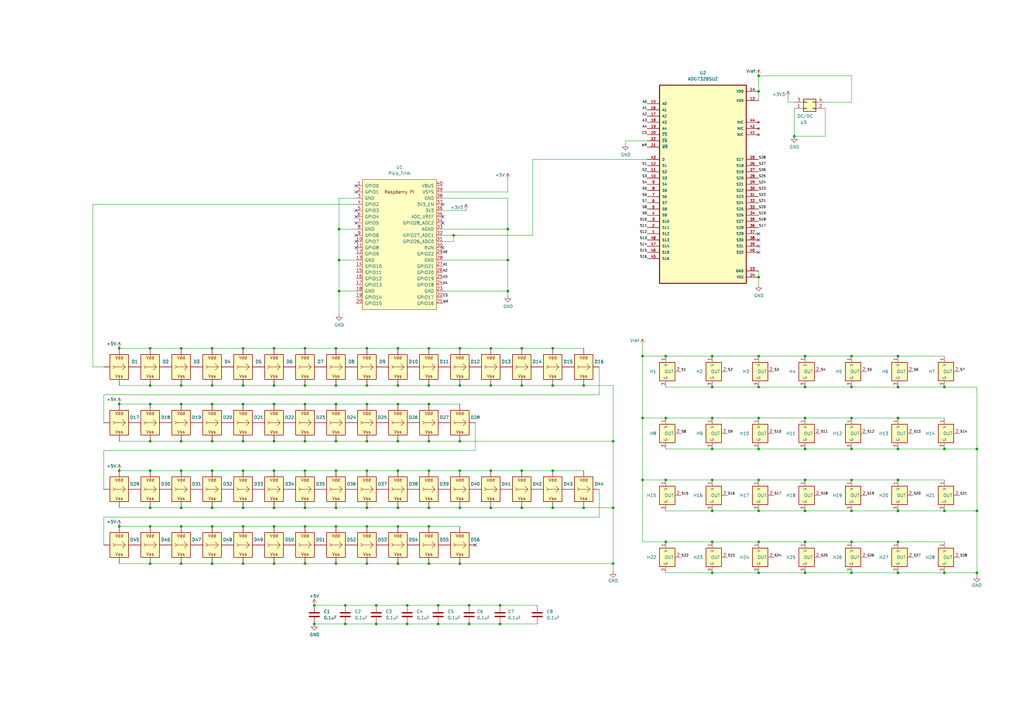
<source format=kicad_sch>
(kicad_sch (version 20231120) (generator "eeschema") (generator_version "8.0")
  (paper "A3")
  (junction (at 125.095 208.28))
  (junction (at 139.065 119.38))
  (junction (at 99.695 158.115))
  (junction (at 387.35 209.55))
  (junction (at 125.095 231.14))
  (junction (at 273.05 146.05))
  (junction (at 292.1 209.55))
  (junction (at 137.795 142.875))
  (junction (at 86.995 208.28))
  (junction (at 179.705 255.905))
  (junction (at 368.3 146.05))
  (junction (at 292.1 234.95))
  (junction (at 86.995 158.115))
  (junction (at 175.895 231.14))
  (junction (at 188.595 193.04))
  (junction (at 99.695 215.9))
  (junction (at 137.795 180.975))
  (junction (at 400.685 209.55))
  (junction (at 125.095 180.975))
  (junction (at 226.695 142.875))
  (junction (at 368.3 234.95))
  (junction (at 86.995 231.14))
  (junction (at 239.395 158.115))
  (junction (at 292.1 184.15))
  (junction (at 368.3 158.75))
  (junction (at 61.595 193.04))
  (junction (at 137.795 215.9))
  (junction (at 349.25 184.15))
  (junction (at 175.895 208.28))
  (junction (at 175.895 158.115))
  (junction (at 311.15 171.45))
  (junction (at 349.25 158.75))
  (junction (at 330.2 146.05))
  (junction (at 74.295 180.975))
  (junction (at 150.495 231.14))
  (junction (at 273.05 196.85))
  (junction (at 150.495 142.875))
  (junction (at 325.755 55.88))
  (junction (at 74.295 208.28))
  (junction (at 137.795 193.04))
  (junction (at 137.795 231.14))
  (junction (at 311.15 209.55))
  (junction (at 239.395 208.28))
  (junction (at 112.395 158.115))
  (junction (at 99.695 165.735))
  (junction (at 137.795 208.28))
  (junction (at 112.395 215.9))
  (junction (at 139.065 106.68))
  (junction (at 175.895 215.9))
  (junction (at 273.05 222.25))
  (junction (at 48.895 165.735))
  (junction (at 99.695 142.875))
  (junction (at 125.095 158.115))
  (junction (at 311.15 184.15))
  (junction (at 292.1 146.05))
  (junction (at 141.605 255.905))
  (junction (at 128.905 248.285))
  (junction (at 86.995 215.9))
  (junction (at 349.25 146.05))
  (junction (at 368.3 171.45))
  (junction (at 99.695 180.975))
  (junction (at 175.895 142.875))
  (junction (at 125.095 165.735))
  (junction (at 263.525 146.05))
  (junction (at 213.995 158.115))
  (junction (at 175.895 165.735))
  (junction (at 400.685 234.95))
  (junction (at 112.395 180.975))
  (junction (at 125.095 193.04))
  (junction (at 201.295 208.28))
  (junction (at 163.195 208.28))
  (junction (at 213.995 208.28))
  (junction (at 74.295 158.115))
  (junction (at 128.905 255.905))
  (junction (at 368.3 196.85))
  (junction (at 150.495 180.975))
  (junction (at 112.395 208.28))
  (junction (at 311.15 234.95))
  (junction (at 349.25 222.25))
  (junction (at 349.25 234.95))
  (junction (at 311.15 146.05))
  (junction (at 61.595 215.9))
  (junction (at 192.405 255.905))
  (junction (at 273.05 171.45))
  (junction (at 163.195 215.9))
  (junction (at 192.405 248.285))
  (junction (at 74.295 193.04))
  (junction (at 74.295 231.14))
  (junction (at 186.055 96.52))
  (junction (at 292.1 158.75))
  (junction (at 48.895 193.04))
  (junction (at 311.15 222.25))
  (junction (at 188.595 180.975))
  (junction (at 163.195 193.04))
  (junction (at 112.395 142.875))
  (junction (at 330.2 209.55))
  (junction (at 251.46 208.28))
  (junction (at 208.28 93.98))
  (junction (at 311.15 113.665))
  (junction (at 99.695 231.14))
  (junction (at 112.395 193.04))
  (junction (at 48.895 215.9))
  (junction (at 188.595 208.28))
  (junction (at 137.795 165.735))
  (junction (at 125.095 142.875))
  (junction (at 112.395 231.14))
  (junction (at 311.15 37.465))
  (junction (at 150.495 193.04))
  (junction (at 175.895 180.975))
  (junction (at 167.005 248.285))
  (junction (at 61.595 208.28))
  (junction (at 226.695 158.115))
  (junction (at 167.005 255.905))
  (junction (at 311.15 196.85))
  (junction (at 139.065 93.98))
  (junction (at 163.195 158.115))
  (junction (at 349.25 209.55))
  (junction (at 368.3 222.25))
  (junction (at 141.605 248.285))
  (junction (at 74.295 165.735))
  (junction (at 163.195 165.735))
  (junction (at 263.525 171.45))
  (junction (at 387.35 234.95))
  (junction (at 163.195 180.975))
  (junction (at 150.495 158.115))
  (junction (at 154.305 248.285))
  (junction (at 205.105 255.905))
  (junction (at 150.495 165.735))
  (junction (at 86.995 180.975))
  (junction (at 179.705 248.285))
  (junction (at 330.2 222.25))
  (junction (at 61.595 180.975))
  (junction (at 61.595 165.735))
  (junction (at 330.2 184.15))
  (junction (at 112.395 165.735))
  (junction (at 226.695 193.04))
  (junction (at 201.295 193.04))
  (junction (at 163.195 231.14))
  (junction (at 387.35 184.15))
  (junction (at 61.595 142.875))
  (junction (at 175.895 193.04))
  (junction (at 213.995 142.875))
  (junction (at 201.295 158.115))
  (junction (at 205.105 248.285))
  (junction (at 86.995 165.735))
  (junction (at 188.595 142.875))
  (junction (at 74.295 215.9))
  (junction (at 368.3 209.55))
  (junction (at 368.3 184.15))
  (junction (at 86.995 193.04))
  (junction (at 86.995 142.875))
  (junction (at 99.695 208.28))
  (junction (at 311.15 31.115))
  (junction (at 292.1 222.25))
  (junction (at 213.995 193.04))
  (junction (at 150.495 215.9))
  (junction (at 48.895 142.875))
  (junction (at 251.46 231.14))
  (junction (at 263.525 196.85))
  (junction (at 349.25 196.85))
  (junction (at 61.595 231.14))
  (junction (at 400.685 184.15))
  (junction (at 188.595 158.115))
  (junction (at 74.295 142.875))
  (junction (at 330.2 196.85))
  (junction (at 226.695 208.28))
  (junction (at 349.25 171.45))
  (junction (at 201.295 142.875))
  (junction (at 387.35 158.75))
  (junction (at 330.2 234.95))
  (junction (at 292.1 171.45))
  (junction (at 208.28 106.68))
  (junction (at 292.1 196.85))
  (junction (at 251.46 180.975))
  (junction (at 61.595 158.115))
  (junction (at 137.795 158.115))
  (junction (at 99.695 193.04))
  (junction (at 330.2 171.45))
  (junction (at 330.2 158.75))
  (junction (at 154.305 255.905))
  (junction (at 208.28 119.38))
  (junction (at 150.495 208.28))
  (junction (at 125.095 215.9))
  (junction (at 188.595 231.14))
  (junction (at 311.15 158.75))
  (junction (at 163.195 142.875))
  (no_connect (at 311.15 103.505))
  (no_connect (at 311.15 98.425))
  (no_connect (at 146.05 99.06))
  (no_connect (at 146.05 76.2))
  (no_connect (at 181.61 101.6))
  (no_connect (at 181.61 83.82))
  (no_connect (at 181.61 88.9))
  (no_connect (at 194.945 223.52))
  (no_connect (at 181.61 91.44))
  (no_connect (at 146.05 78.74))
  (no_connect (at 311.15 100.965))
  (no_connect (at 146.05 96.52))
  (no_connect (at 146.05 86.36))
  (no_connect (at 311.15 95.885))
  (no_connect (at 146.05 101.6))
  (no_connect (at 146.05 91.44))
  (no_connect (at 146.05 88.9))
  (wire (pts (xy 48.895 165.735) (xy 61.595 165.735)))
  (wire (pts (xy 125.095 215.9) (xy 137.795 215.9)))
  (wire (pts (xy 163.195 180.975) (xy 175.895 180.975)))
  (wire (pts (xy 325.755 55.88) (xy 338.455 55.88)))
  (wire (pts (xy 150.495 231.14) (xy 163.195 231.14)))
  (wire (pts (xy 263.525 222.25) (xy 263.525 196.85)))
  (wire (pts (xy 273.05 158.75) (xy 292.1 158.75)))
  (wire (pts (xy 181.61 86.36) (xy 191.135 86.36)))
  (wire (pts (xy 139.065 81.28) (xy 139.065 93.98)))
  (wire (pts (xy 330.2 196.85) (xy 311.15 196.85)))
  (wire (pts (xy 150.495 158.115) (xy 163.195 158.115)))
  (wire (pts (xy 226.695 193.04) (xy 239.395 193.04)))
  (wire (pts (xy 86.995 165.735) (xy 99.695 165.735)))
  (wire (pts (xy 99.695 231.14) (xy 112.395 231.14)))
  (wire (pts (xy 265.43 57.785) (xy 256.54 57.785)))
  (wire (pts (xy 201.295 158.115) (xy 213.995 158.115)))
  (wire (pts (xy 38.1 150.495) (xy 42.545 150.495)))
  (wire (pts (xy 263.525 196.85) (xy 263.525 171.45)))
  (wire (pts (xy 181.61 119.38) (xy 208.28 119.38)))
  (wire (pts (xy 213.995 208.28) (xy 226.695 208.28)))
  (wire (pts (xy 325.755 44.45) (xy 325.755 55.88)))
  (wire (pts (xy 263.525 171.45) (xy 263.525 146.05)))
  (wire (pts (xy 192.405 255.905) (xy 205.105 255.905)))
  (wire (pts (xy 368.3 196.85) (xy 349.25 196.85)))
  (wire (pts (xy 226.695 142.875) (xy 239.395 142.875)))
  (wire (pts (xy 292.1 146.05) (xy 273.05 146.05)))
  (wire (pts (xy 175.895 180.975) (xy 188.595 180.975)))
  (wire (pts (xy 188.595 208.28) (xy 201.295 208.28)))
  (wire (pts (xy 273.05 222.25) (xy 263.525 222.25)))
  (wire (pts (xy 125.095 142.875) (xy 137.795 142.875)))
  (wire (pts (xy 208.28 81.28) (xy 208.28 93.98)))
  (wire (pts (xy 137.795 180.975) (xy 150.495 180.975)))
  (wire (pts (xy 61.595 215.9) (xy 74.295 215.9)))
  (wire (pts (xy 330.2 158.75) (xy 349.25 158.75)))
  (wire (pts (xy 311.15 113.665) (xy 311.15 116.84)))
  (wire (pts (xy 112.395 180.975) (xy 125.095 180.975)))
  (wire (pts (xy 48.895 215.9) (xy 61.595 215.9)))
  (wire (pts (xy 74.295 158.115) (xy 86.995 158.115)))
  (wire (pts (xy 175.895 158.115) (xy 188.595 158.115)))
  (wire (pts (xy 86.995 215.9) (xy 99.695 215.9)))
  (wire (pts (xy 218.44 65.405) (xy 218.44 96.52)))
  (wire (pts (xy 292.1 184.15) (xy 311.15 184.15)))
  (wire (pts (xy 137.795 215.9) (xy 150.495 215.9)))
  (wire (pts (xy 273.05 171.45) (xy 263.525 171.45)))
  (wire (pts (xy 311.15 31.115) (xy 349.25 31.115)))
  (wire (pts (xy 349.25 171.45) (xy 330.2 171.45)))
  (wire (pts (xy 61.595 180.975) (xy 74.295 180.975)))
  (wire (pts (xy 251.46 158.115) (xy 239.395 158.115)))
  (wire (pts (xy 213.995 142.875) (xy 226.695 142.875)))
  (wire (pts (xy 99.695 208.28) (xy 112.395 208.28)))
  (wire (pts (xy 42.545 161.925) (xy 42.545 173.355)))
  (wire (pts (xy 188.595 231.14) (xy 251.46 231.14)))
  (wire (pts (xy 273.05 196.85) (xy 263.525 196.85)))
  (wire (pts (xy 323.215 40.005) (xy 323.215 41.91)))
  (wire (pts (xy 292.1 196.85) (xy 273.05 196.85)))
  (wire (pts (xy 38.1 83.82) (xy 38.1 150.495)))
  (wire (pts (xy 292.1 209.55) (xy 311.15 209.55)))
  (wire (pts (xy 125.095 208.28) (xy 137.795 208.28)))
  (wire (pts (xy 349.25 222.25) (xy 330.2 222.25)))
  (wire (pts (xy 349.25 209.55) (xy 368.3 209.55)))
  (wire (pts (xy 330.2 222.25) (xy 311.15 222.25)))
  (wire (pts (xy 112.395 208.28) (xy 125.095 208.28)))
  (wire (pts (xy 112.395 193.04) (xy 125.095 193.04)))
  (wire (pts (xy 245.745 150.495) (xy 245.745 161.925)))
  (wire (pts (xy 311.15 158.75) (xy 330.2 158.75)))
  (wire (pts (xy 163.195 165.735) (xy 175.895 165.735)))
  (wire (pts (xy 387.35 184.15) (xy 400.685 184.15)))
  (wire (pts (xy 99.695 215.9) (xy 112.395 215.9)))
  (wire (pts (xy 112.395 215.9) (xy 125.095 215.9)))
  (wire (pts (xy 48.895 208.28) (xy 61.595 208.28)))
  (wire (pts (xy 213.995 158.115) (xy 226.695 158.115)))
  (wire (pts (xy 311.15 209.55) (xy 330.2 209.55)))
  (wire (pts (xy 251.46 180.975) (xy 251.46 158.115)))
  (wire (pts (xy 311.15 146.05) (xy 292.1 146.05)))
  (wire (pts (xy 273.05 234.95) (xy 292.1 234.95)))
  (wire (pts (xy 186.055 96.52) (xy 181.61 96.52)))
  (wire (pts (xy 139.065 93.98) (xy 139.065 106.68)))
  (wire (pts (xy 194.945 173.355) (xy 194.945 184.785)))
  (wire (pts (xy 208.28 119.38) (xy 208.28 121.285)))
  (wire (pts (xy 137.795 165.735) (xy 150.495 165.735)))
  (wire (pts (xy 205.105 248.285) (xy 220.345 248.285)))
  (wire (pts (xy 349.25 146.05) (xy 330.2 146.05)))
  (wire (pts (xy 292.1 171.45) (xy 273.05 171.45)))
  (wire (pts (xy 112.395 158.115) (xy 125.095 158.115)))
  (wire (pts (xy 141.605 248.285) (xy 154.305 248.285)))
  (wire (pts (xy 99.695 142.875) (xy 112.395 142.875)))
  (wire (pts (xy 186.055 99.06) (xy 181.61 99.06)))
  (wire (pts (xy 139.065 93.98) (xy 146.05 93.98)))
  (wire (pts (xy 112.395 142.875) (xy 125.095 142.875)))
  (wire (pts (xy 188.595 180.975) (xy 251.46 180.975)))
  (wire (pts (xy 273.05 209.55) (xy 292.1 209.55)))
  (wire (pts (xy 163.195 208.28) (xy 175.895 208.28)))
  (wire (pts (xy 251.46 231.14) (xy 251.46 208.28)))
  (wire (pts (xy 330.2 171.45) (xy 311.15 171.45)))
  (wire (pts (xy 387.35 146.05) (xy 368.3 146.05)))
  (wire (pts (xy 400.685 209.55) (xy 400.685 234.95)))
  (wire (pts (xy 368.3 171.45) (xy 349.25 171.45)))
  (wire (pts (xy 154.305 255.905) (xy 167.005 255.905)))
  (wire (pts (xy 74.295 215.9) (xy 86.995 215.9)))
  (wire (pts (xy 163.195 231.14) (xy 175.895 231.14)))
  (wire (pts (xy 311.15 171.45) (xy 292.1 171.45)))
  (wire (pts (xy 239.395 208.28) (xy 251.46 208.28)))
  (wire (pts (xy 208.28 93.98) (xy 208.28 106.68)))
  (wire (pts (xy 188.595 142.875) (xy 201.295 142.875)))
  (wire (pts (xy 208.28 73.66) (xy 208.28 78.74)))
  (wire (pts (xy 86.995 231.14) (xy 99.695 231.14)))
  (wire (pts (xy 387.35 196.85) (xy 368.3 196.85)))
  (wire (pts (xy 368.3 209.55) (xy 387.35 209.55)))
  (wire (pts (xy 42.545 184.785) (xy 42.545 200.66)))
  (wire (pts (xy 139.065 106.68) (xy 146.05 106.68)))
  (wire (pts (xy 125.095 165.735) (xy 137.795 165.735)))
  (wire (pts (xy 163.195 193.04) (xy 175.895 193.04)))
  (wire (pts (xy 311.15 31.115) (xy 311.15 37.465)))
  (wire (pts (xy 99.695 180.975) (xy 112.395 180.975)))
  (wire (pts (xy 387.35 171.45) (xy 368.3 171.45)))
  (wire (pts (xy 338.455 41.91) (xy 349.25 41.91)))
  (wire (pts (xy 61.595 142.875) (xy 74.295 142.875)))
  (wire (pts (xy 311.15 196.85) (xy 292.1 196.85)))
  (wire (pts (xy 273.05 184.15) (xy 292.1 184.15)))
  (wire (pts (xy 349.25 158.75) (xy 368.3 158.75)))
  (wire (pts (xy 125.095 193.04) (xy 137.795 193.04)))
  (wire (pts (xy 99.695 158.115) (xy 112.395 158.115)))
  (wire (pts (xy 245.745 212.09) (xy 42.545 212.09)))
  (wire (pts (xy 387.35 209.55) (xy 400.685 209.55)))
  (wire (pts (xy 38.1 83.82) (xy 146.05 83.82)))
  (wire (pts (xy 128.905 255.905) (xy 141.605 255.905)))
  (wire (pts (xy 150.495 142.875) (xy 163.195 142.875)))
  (wire (pts (xy 74.295 165.735) (xy 86.995 165.735)))
  (wire (pts (xy 349.25 184.15) (xy 368.3 184.15)))
  (wire (pts (xy 273.05 146.05) (xy 263.525 146.05)))
  (wire (pts (xy 400.685 184.15) (xy 400.685 209.55)))
  (wire (pts (xy 213.995 193.04) (xy 226.695 193.04)))
  (wire (pts (xy 186.055 96.52) (xy 186.055 99.06)))
  (wire (pts (xy 74.295 193.04) (xy 86.995 193.04)))
  (wire (pts (xy 150.495 165.735) (xy 163.195 165.735)))
  (wire (pts (xy 74.295 142.875) (xy 86.995 142.875)))
  (wire (pts (xy 205.105 255.905) (xy 220.345 255.905)))
  (wire (pts (xy 86.995 193.04) (xy 99.695 193.04)))
  (wire (pts (xy 61.595 165.735) (xy 74.295 165.735)))
  (wire (pts (xy 387.35 234.95) (xy 400.685 234.95)))
  (wire (pts (xy 368.3 234.95) (xy 387.35 234.95)))
  (wire (pts (xy 201.295 193.04) (xy 213.995 193.04)))
  (wire (pts (xy 86.995 208.28) (xy 99.695 208.28)))
  (wire (pts (xy 256.54 57.785) (xy 256.54 59.055)))
  (wire (pts (xy 251.46 234.315) (xy 251.46 231.14)))
  (wire (pts (xy 86.995 158.115) (xy 99.695 158.115)))
  (wire (pts (xy 139.065 106.68) (xy 139.065 119.38)))
  (wire (pts (xy 141.605 255.905) (xy 154.305 255.905)))
  (wire (pts (xy 349.25 234.95) (xy 368.3 234.95)))
  (wire (pts (xy 263.525 141.605) (xy 263.525 146.05)))
  (wire (pts (xy 154.305 248.285) (xy 167.005 248.285)))
  (wire (pts (xy 86.995 142.875) (xy 99.695 142.875)))
  (wire (pts (xy 74.295 208.28) (xy 86.995 208.28)))
  (wire (pts (xy 48.895 180.975) (xy 61.595 180.975)))
  (wire (pts (xy 226.695 158.115) (xy 239.395 158.115)))
  (wire (pts (xy 61.595 231.14) (xy 74.295 231.14)))
  (wire (pts (xy 61.595 208.28) (xy 74.295 208.28)))
  (wire (pts (xy 48.895 142.875) (xy 61.595 142.875)))
  (wire (pts (xy 323.215 41.91) (xy 325.755 41.91)))
  (wire (pts (xy 175.895 231.14) (xy 188.595 231.14)))
  (wire (pts (xy 61.595 193.04) (xy 74.295 193.04)))
  (wire (pts (xy 245.745 161.925) (xy 42.545 161.925)))
  (wire (pts (xy 251.46 208.28) (xy 251.46 180.975)))
  (wire (pts (xy 163.195 158.115) (xy 175.895 158.115)))
  (wire (pts (xy 48.895 231.14) (xy 61.595 231.14)))
  (wire (pts (xy 179.705 255.905) (xy 192.405 255.905)))
  (wire (pts (xy 137.795 142.875) (xy 150.495 142.875)))
  (wire (pts (xy 311.15 222.25) (xy 292.1 222.25)))
  (wire (pts (xy 137.795 231.14) (xy 150.495 231.14)))
  (wire (pts (xy 146.05 81.28) (xy 139.065 81.28)))
  (wire (pts (xy 208.28 106.68) (xy 208.28 119.38)))
  (wire (pts (xy 137.795 208.28) (xy 150.495 208.28)))
  (wire (pts (xy 292.1 234.95) (xy 311.15 234.95)))
  (wire (pts (xy 48.895 193.04) (xy 61.595 193.04)))
  (wire (pts (xy 188.595 193.04) (xy 201.295 193.04)))
  (wire (pts (xy 330.2 234.95) (xy 349.25 234.95)))
  (wire (pts (xy 201.295 208.28) (xy 213.995 208.28)))
  (wire (pts (xy 194.945 184.785) (xy 42.545 184.785)))
  (wire (pts (xy 368.3 146.05) (xy 349.25 146.05)))
  (wire (pts (xy 125.095 158.115) (xy 137.795 158.115)))
  (wire (pts (xy 137.795 158.115) (xy 150.495 158.115)))
  (wire (pts (xy 150.495 208.28) (xy 163.195 208.28)))
  (wire (pts (xy 74.295 180.975) (xy 86.995 180.975)))
  (wire (pts (xy 311.15 184.15) (xy 330.2 184.15)))
  (wire (pts (xy 368.3 222.25) (xy 349.25 222.25)))
  (wire (pts (xy 265.43 65.405) (xy 218.44 65.405)))
  (wire (pts (xy 99.695 165.735) (xy 112.395 165.735)))
  (wire (pts (xy 181.61 81.28) (xy 208.28 81.28)))
  (wire (pts (xy 139.065 119.38) (xy 139.065 128.905)))
  (wire (pts (xy 179.705 248.285) (xy 192.405 248.285)))
  (wire (pts (xy 330.2 184.15) (xy 349.25 184.15)))
  (wire (pts (xy 181.61 106.68) (xy 208.28 106.68)))
  (wire (pts (xy 163.195 215.9) (xy 175.895 215.9)))
  (wire (pts (xy 218.44 96.52) (xy 186.055 96.52)))
  (wire (pts (xy 368.3 184.15) (xy 387.35 184.15)))
  (wire (pts (xy 61.595 158.115) (xy 74.295 158.115)))
  (wire (pts (xy 137.795 193.04) (xy 150.495 193.04)))
  (wire (pts (xy 175.895 142.875) (xy 188.595 142.875)))
  (wire (pts (xy 181.61 78.74) (xy 208.28 78.74)))
  (wire (pts (xy 400.685 234.95) (xy 400.685 236.22)))
  (wire (pts (xy 112.395 165.735) (xy 125.095 165.735)))
  (wire (pts (xy 167.005 255.905) (xy 179.705 255.905)))
  (wire (pts (xy 292.1 158.75) (xy 311.15 158.75)))
  (wire (pts (xy 245.745 200.66) (xy 245.745 212.09)))
  (wire (pts (xy 74.295 231.14) (xy 86.995 231.14)))
  (wire (pts (xy 139.065 119.38) (xy 146.05 119.38)))
  (wire (pts (xy 188.595 158.115) (xy 201.295 158.115)))
  (wire (pts (xy 226.695 208.28) (xy 239.395 208.28)))
  (wire (pts (xy 150.495 180.975) (xy 163.195 180.975)))
  (wire (pts (xy 292.1 222.25) (xy 273.05 222.25)))
  (wire (pts (xy 163.195 142.875) (xy 175.895 142.875)))
  (wire (pts (xy 175.895 208.28) (xy 188.595 208.28)))
  (wire (pts (xy 387.35 222.25) (xy 368.3 222.25)))
  (wire (pts (xy 330.2 146.05) (xy 311.15 146.05)))
  (wire (pts (xy 349.25 196.85) (xy 330.2 196.85)))
  (wire (pts (xy 330.2 209.55) (xy 349.25 209.55)))
  (wire (pts (xy 175.895 215.9) (xy 188.595 215.9)))
  (wire (pts (xy 338.455 44.45) (xy 338.455 55.88)))
  (wire (pts (xy 349.25 41.91) (xy 349.25 31.115)))
  (wire (pts (xy 42.545 212.09) (xy 42.545 223.52)))
  (wire (pts (xy 201.295 142.875) (xy 213.995 142.875)))
  (wire (pts (xy 112.395 231.14) (xy 125.095 231.14)))
  (wire (pts (xy 128.905 248.285) (xy 141.605 248.285)))
  (wire (pts (xy 86.995 180.975) (xy 99.695 180.975)))
  (wire (pts (xy 125.095 180.975) (xy 137.795 180.975)))
  (wire (pts (xy 311.15 111.125) (xy 311.15 113.665)))
  (wire (pts (xy 125.095 231.14) (xy 137.795 231.14)))
  (wire (pts (xy 368.3 158.75) (xy 387.35 158.75)))
  (wire (pts (xy 48.895 158.115) (xy 61.595 158.115)))
  (wire (pts (xy 175.895 193.04) (xy 188.595 193.04)))
  (wire (pts (xy 181.61 93.98) (xy 208.28 93.98)))
  (wire (pts (xy 150.495 193.04) (xy 163.195 193.04)))
  (wire (pts (xy 311.15 234.95) (xy 330.2 234.95)))
  (wire (pts (xy 400.685 158.75) (xy 400.685 184.15)))
  (wire (pts (xy 387.35 158.75) (xy 400.685 158.75)))
  (wire (pts (xy 167.005 248.285) (xy 179.705 248.285)))
  (wire (pts (xy 150.495 215.9) (xy 163.195 215.9)))
  (wire (pts (xy 311.15 37.465) (xy 311.15 41.275)))
  (wire (pts (xy 175.895 165.735) (xy 188.595 165.735)))
  (wire (pts (xy 192.405 248.285) (xy 205.105 248.285)))
  (wire (pts (xy 99.695 193.04) (xy 112.395 193.04)))
  (label "S9" (at 265.43 88.265 180) (effects (font (size 1 1))))
  (label "S14" (at 265.43 100.965 180) (effects (font (size 1 1))))
  (label "S17" (at 311.15 93.345 0) (effects (font (size 1 1))))
  (label "S27" (at 311.15 67.945 0) (effects (font (size 1 1))))
  (label "S3" (at 265.43 73.025 180) (effects (font (size 1 1))))
  (label "S13" (at 374.65 177.8 0) (effects (font (size 1 1))))
  (label "S2" (at 298.45 152.4 0) (effects (font (size 1 1))))
  (label "S25" (at 336.55 228.6 0) (effects (font (size 1 1))))
  (label "S9" (at 298.45 177.8 0) (effects (font (size 1 1))))
  (label "S3" (at 317.5 152.4 0) (effects (font (size 1 1))))
  (label "S5" (at 265.43 78.105 180) (effects (font (size 1 1))))
  (label "S22" (at 311.15 80.645 0) (effects (font (size 1 1))))
  (label "S11" (at 336.55 177.8 0) (effects (font (size 1 1))))
  (label "S4" (at 336.55 152.4 0) (effects (font (size 1 1))))
  (label "S12" (at 265.43 95.885 180) (effects (font (size 1 1))))
  (label "S28" (at 393.7 228.6 0) (effects (font (size 1 1))))
  (label "S22" (at 279.4 228.6 0) (effects (font (size 1 1))))
  (label "S4" (at 265.43 75.565 180) (effects (font (size 1 1))))
  (label "S27" (at 374.65 228.6 0) (effects (font (size 1 1))))
  (label "S5" (at 355.6 152.4 0) (effects (font (size 1 1))))
  (label "A1" (at 181.61 109.22 0) (effects (font (size 1 1))))
  (label "A3" (at 265.43 50.165 180) (effects (font (size 1 1))))
  (label "A1" (at 265.43 45.085 180) (effects (font (size 1 1))))
  (label "S8" (at 279.4 177.8 0) (effects (font (size 1 1))))
  (label "S25" (at 311.15 73.025 0) (effects (font (size 1 1))))
  (label "S1" (at 279.4 152.4 0) (effects (font (size 1 1))))
  (label "S26" (at 311.15 70.485 0) (effects (font (size 1 1))))
  (label "S23" (at 298.45 228.6 0) (effects (font (size 1 1))))
  (label "S6" (at 265.43 80.645 180) (effects (font (size 1 1))))
  (label "S28" (at 311.15 65.405 0) (effects (font (size 1 1))))
  (label "S13" (at 265.43 98.425 180) (effects (font (size 1 1))))
  (label "S18" (at 336.55 203.2 0) (effects (font (size 1 1))))
  (label "S1" (at 265.43 67.945 180) (effects (font (size 1 1))))
  (label "S7" (at 393.7 152.4 0) (effects (font (size 1 1))))
  (label "A2" (at 181.61 111.76 0) (effects (font (size 1 1))))
  (label "S10" (at 265.43 90.805 180) (effects (font (size 1 1))))
  (label "S24" (at 317.5 228.6 0) (effects (font (size 1 1))))
  (label "S14" (at 393.7 177.8 0) (effects (font (size 1 1))))
  (label "S24" (at 311.15 75.565 0) (effects (font (size 1 1))))
  (label "WR" (at 181.61 124.46 0) (effects (font (size 1 1))))
  (label "S19" (at 311.15 88.265 0) (effects (font (size 1 1))))
  (label "A2" (at 265.43 47.625 180) (effects (font (size 1 1))))
  (label "WR" (at 265.43 60.325 180) (effects (font (size 1 1))))
  (label "S23" (at 311.15 78.105 0) (effects (font (size 1 1))))
  (label "S21" (at 311.15 83.185 0) (effects (font (size 1 1))))
  (label "S16" (at 298.45 203.2 0) (effects (font (size 1 1))))
  (label "S8" (at 265.43 85.725 180) (effects (font (size 1 1))))
  (label "A4" (at 265.43 52.705 180) (effects (font (size 1 1))))
  (label "S20" (at 374.65 203.2 0) (effects (font (size 1 1))))
  (label "S19" (at 355.6 203.2 0) (effects (font (size 1 1))))
  (label "S18" (at 311.15 90.805 0) (effects (font (size 1 1))))
  (label "S7" (at 265.43 83.185 180) (effects (font (size 1 1))))
  (label "S26" (at 355.6 228.6 0) (effects (font (size 1 1))))
  (label "S2" (at 265.43 70.485 180) (effects (font (size 1 1))))
  (label "A4" (at 181.61 116.84 0) (effects (font (size 1 1))))
  (label "A3" (at 181.61 114.3 0) (effects (font (size 1 1))))
  (label "S11" (at 265.43 93.345 180) (effects (font (size 1 1))))
  (label "S10" (at 317.5 177.8 0) (effects (font (size 1 1))))
  (label "A0" (at 181.61 104.14 0) (effects (font (size 1 1))))
  (label "S15" (at 265.43 103.505 180) (effects (font (size 1 1))))
  (label "CS" (at 181.61 121.92 0) (effects (font (size 1 1))))
  (label "S20" (at 311.15 85.725 0) (effects (font (size 1 1))))
  (label "S21" (at 393.7 203.2 0) (effects (font (size 1 1))))
  (label "S16" (at 265.43 106.045 180) (effects (font (size 1 1))))
  (label "S6" (at 374.65 152.4 0) (effects (font (size 1 1))))
  (label "A0" (at 265.43 42.545 180) (effects (font (size 1 1))))
  (label "S17" (at 317.5 203.2 0) (effects (font (size 1 1))))
  (label "S12" (at 355.6 177.8 0) (effects (font (size 1 1))))
  (label "S15" (at 279.4 203.2 0) (effects (font (size 1 1))))
  (label "CS" (at 265.43 55.245 180) (effects (font (size 1 1))))
  (symbol (lib_id "nos_main:SS49E_SOT23") (at 368.3 177.8 0) (unit 1)
    (property "Reference" "H13" (at 364.49 177.7999 0) (effects (justify right)))
    (property "Value" "SS49E_SOT23" (effects (hide yes)))
    (property "Footprint" "Package_TO_SOT_SMD:SOT-23-3" (effects (hide yes)))
  )
  (symbol (lib_id "nos_main:WS2812B_Unified") (at 226.695 200.66 0) (unit 1)
    (property "Reference" "D43" (at 233.045 198.501 0))
    (property "Value" "WS2812B_Unified" (effects (hide yes)))
    (property "Footprint" "nos_main:WS2812B-4020_UP" (effects (hide yes)))
    (property "Description" "RGB LED with integrated controller" (effects (hide yes)))
  )
  (symbol (lib_id "nos_main:WS2812B_Unified") (at 188.595 200.66 0) (unit 1)
    (property "Reference" "D40" (at 194.945 198.501 0))
    (property "Value" "WS2812B_Unified" (effects (hide yes)))
    (property "Footprint" "nos_main:WS2812B-4020_UP" (effects (hide yes)))
    (property "Description" "RGB LED with integrated controller" (effects (hide yes)))
  )
  (symbol (lib_id "nos_main:SS49E_SOT23") (at 273.05 152.4 0) (unit 1)
    (property "Reference" "H1" (at 269.24 152.3999 0) (effects (justify right)))
    (property "Value" "SS49E_SOT23" (effects (hide yes)))
    (property "Footprint" "Package_TO_SOT_SMD:SOT-23-3" (effects (hide yes)))
  )
  (symbol (lib_id "nos_main:SS49E_SOT23") (at 292.1 152.4 0) (unit 1)
    (property "Reference" "H2" (at 288.29 152.3999 0) (effects (justify right)))
    (property "Value" "SS49E_SOT23" (effects (hide yes)))
    (property "Footprint" "Package_TO_SOT_SMD:SOT-23-3" (effects (hide yes)))
  )
  (symbol (lib_id "nos_main:WS2812B_Unified") (at 137.795 223.52 0) (unit 1)
    (property "Reference" "D52" (at 144.145 221.361 0))
    (property "Value" "WS2812B_Unified" (effects (hide yes)))
    (property "Footprint" "nos_main:WS2812B-4020_UP" (effects (hide yes)))
    (property "Description" "RGB LED with integrated controller" (effects (hide yes)))
  )
  (symbol (lib_id "nos_main:SS49E_SOT23") (at 387.35 203.2 0) (unit 1)
    (property "Reference" "H21" (at 383.54 203.1999 0) (effects (justify right)))
    (property "Value" "SS49E_SOT23" (effects (hide yes)))
    (property "Footprint" "Package_TO_SOT_SMD:SOT-23-3" (effects (hide yes)))
  )
  (symbol (lib_id "nos_main:SS49E_SOT23") (at 349.25 228.6 0) (unit 1)
    (property "Reference" "H26" (at 345.44 228.5999 0) (effects (justify right)))
    (property "Value" "SS49E_SOT23" (effects (hide yes)))
    (property "Footprint" "Package_TO_SOT_SMD:SOT-23-3" (effects (hide yes)))
  )
  (symbol (lib_id "nos_main:SS49E_SOT23") (at 273.05 228.6 0) (unit 1)
    (property "Reference" "H22" (at 269.24 228.5999 0) (effects (justify right)))
    (property "Value" "SS49E_SOT23" (effects (hide yes)))
    (property "Footprint" "Package_TO_SOT_SMD:SOT-23-3" (effects (hide yes)))
  )
  (symbol (lib_id "nos_main:SS49E_SOT23") (at 292.1 177.8 0) (unit 1)
    (property "Reference" "H9" (at 288.29 177.7999 0) (effects (justify right)))
    (property "Value" "SS49E_SOT23" (effects (hide yes)))
    (property "Footprint" "Package_TO_SOT_SMD:SOT-23-3" (effects (hide yes)))
  )
  (symbol (lib_id "nos_main:WS2812B_Unified") (at 86.995 200.66 0) (unit 1)
    (property "Reference" "D32" (at 93.345 198.501 0))
    (property "Value" "WS2812B_Unified" (effects (hide yes)))
    (property "Footprint" "nos_main:WS2812B-4020_UP" (effects (hide yes)))
    (property "Description" "RGB LED with integrated controller" (effects (hide yes)))
  )
  (symbol (lib_id "nos_main:ADG732BSUZ") (at 288.29 75.565 0) (unit 1)
    (property "Reference" "U2" (at 288.29 29.845 0))
    (property "Value" "ADG732BSUZ" (at 288.29 32.385 0))
    (property "Footprint" "nos_main:QFP50P900X900X120-49N" (effects (hide yes)))
  )
  (symbol (lib_id "nos_main:WS2812B_Unified") (at 61.595 173.355 0) (unit 1)
    (property "Reference" "D18" (at 67.945 171.196 0))
    (property "Value" "WS2812B_Unified" (effects (hide yes)))
    (property "Footprint" "nos_main:WS2812B-4020_UP" (effects (hide yes)))
    (property "Description" "RGB LED with integrated controller" (effects (hide yes)))
  )
  (symbol (lib_id "Device:C") (at 167.005 252.095 0) (unit 1)
    (property "Reference" "C4" (at 170.815 250.8249 0) (effects (justify left)))
    (property "Value" "0.1uF" (at 170.815 253.3649 0) (effects (justify left)))
    (property "Footprint" "Capacitor_SMD:C_0603_1608Metric_Pad1.08x0.95mm_HandSolder" (effects (hide yes)))
    (property "Description" "Unpolarized capacitor" (effects (hide yes)))
  )
  (symbol (lib_id "nos_main:WS2812B_Unified") (at 239.395 200.66 0) (unit 1)
    (property "Reference" "D44" (at 245.745 198.501 0))
    (property "Value" "WS2812B_Unified" (effects (hide yes)))
    (property "Footprint" "nos_main:WS2812B-4020_UP" (effects (hide yes)))
    (property "Description" "RGB LED with integrated controller" (effects (hide yes)))
  )
  (symbol (lib_id "nos_main:WS2812B_Unified") (at 125.095 150.495 0) (unit 1)
    (property "Reference" "D7" (at 131.445 148.336 0))
    (property "Value" "WS2812B_Unified" (effects (hide yes)))
    (property "Footprint" "nos_main:WS2812B-4020_UP" (effects (hide yes)))
    (property "Description" "RGB LED with integrated controller" (effects (hide yes)))
  )
  (symbol (lib_id "Device:C") (at 154.305 252.095 0) (unit 1)
    (property "Reference" "C3" (at 158.115 250.8249 0) (effects (justify left)))
    (property "Value" "0.1uF" (at 158.115 253.3649 0) (effects (justify left)))
    (property "Footprint" "Capacitor_SMD:C_0603_1608Metric_Pad1.08x0.95mm_HandSolder" (effects (hide yes)))
    (property "Description" "Unpolarized capacitor" (effects (hide yes)))
  )
  (symbol (lib_id "nos_main:WS2812B_Unified") (at 150.495 150.495 0) (unit 1)
    (property "Reference" "D9" (at 156.845 148.336 0))
    (property "Value" "WS2812B_Unified" (effects (hide yes)))
    (property "Footprint" "nos_main:WS2812B-4020_UP" (effects (hide yes)))
    (property "Description" "RGB LED with integrated controller" (effects (hide yes)))
  )
  (symbol (lib_id "nos_main:WS2812B_Unified") (at 48.895 150.495 0) (unit 1)
    (property "Reference" "D1" (at 55.245 148.336 0))
    (property "Value" "WS2812B_Unified" (effects (hide yes)))
    (property "Footprint" "nos_main:WS2812B-4020_UP" (effects (hide yes)))
    (property "Description" "RGB LED with integrated controller" (effects (hide yes)))
  )
  (symbol (lib_id "nos_main:WS2812B_Unified") (at 188.595 173.355 0) (unit 1)
    (property "Reference" "D28" (at 194.945 171.196 0))
    (property "Value" "WS2812B_Unified" (effects (hide yes)))
    (property "Footprint" "nos_main:WS2812B-4020_UP" (effects (hide yes)))
    (property "Description" "RGB LED with integrated controller" (effects (hide yes)))
  )
  (symbol (lib_id "power:+5V") (at 311.15 31.115 0) (unit 1)
    (property "Reference" "#PWR08" (effects (hide yes)))
    (property "Value" "Vref" (at 307.975 29.21 0))
    (property "Description" "Power symbol creates a global label with name \"+5V\"" (effects (hide yes)))
  )
  (symbol (lib_id "power:GND") (at 139.065 128.905 0) (unit 1)
    (property "Reference" "#PWR0125" (effects (hide yes)))
    (property "Value" "GND" (at 139.192 133.2992 0))
    (property "Description" "Power symbol creates a global label with name \"GND\" , ground" (effects (hide yes)))
  )
  (symbol (lib_id "power:GND") (at 208.28 121.285 0) (unit 1)
    (property "Reference" "#PWR0103" (effects (hide yes)))
    (property "Value" "GND" (at 208.407 125.6792 0))
    (property "Description" "Power symbol creates a global label with name \"GND\" , ground" (effects (hide yes)))
  )
  (symbol (lib_id "nos_main:WS2812B_Unified") (at 61.595 223.52 0) (unit 1)
    (property "Reference" "D46" (at 67.945 221.361 0))
    (property "Value" "WS2812B_Unified" (effects (hide yes)))
    (property "Footprint" "nos_main:WS2812B-4020_UP" (effects (hide yes)))
    (property "Description" "RGB LED with integrated controller" (effects (hide yes)))
  )
  (symbol (lib_id "nos_main:WS2812B_Unified") (at 201.295 200.66 0) (unit 1)
    (property "Reference" "D41" (at 207.645 198.501 0))
    (property "Value" "WS2812B_Unified" (effects (hide yes)))
    (property "Footprint" "nos_main:WS2812B-4020_UP" (effects (hide yes)))
    (property "Description" "RGB LED with integrated controller" (effects (hide yes)))
  )
  (symbol (lib_id "nos_main:WS2812B_Unified") (at 112.395 173.355 0) (unit 1)
    (property "Reference" "D22" (at 118.745 171.196 0))
    (property "Value" "WS2812B_Unified" (effects (hide yes)))
    (property "Footprint" "nos_main:WS2812B-4020_UP" (effects (hide yes)))
    (property "Description" "RGB LED with integrated controller" (effects (hide yes)))
  )
  (symbol (lib_id "nos_main:WS2812B_Unified") (at 163.195 150.495 0) (unit 1)
    (property "Reference" "D10" (at 169.545 148.336 0))
    (property "Value" "WS2812B_Unified" (effects (hide yes)))
    (property "Footprint" "nos_main:WS2812B-4020_UP" (effects (hide yes)))
    (property "Description" "RGB LED with integrated controller" (effects (hide yes)))
  )
  (symbol (lib_id "nos_main:Pico_Trim") (at 163.83 100.33 0) (unit 1)
    (property "Reference" "U1" (at 163.83 68.58 0))
    (property "Value" "Pico_Trim" (at 163.83 71.12 0))
    (property "Footprint" "nos_main:RPi_Pico_SMD_No_USB" (effects (hide yes)))
  )
  (symbol (lib_id "nos_main:WS2812B_Unified") (at 125.095 200.66 0) (unit 1)
    (property "Reference" "D35" (at 131.445 198.501 0))
    (property "Value" "WS2812B_Unified" (effects (hide yes)))
    (property "Footprint" "nos_main:WS2812B-4020_UP" (effects (hide yes)))
    (property "Description" "RGB LED with integrated controller" (effects (hide yes)))
  )
  (symbol (lib_id "nos_main:WS2812B_Unified") (at 201.295 150.495 0) (unit 1)
    (property "Reference" "D13" (at 207.645 148.336 0))
    (property "Value" "WS2812B_Unified" (effects (hide yes)))
    (property "Footprint" "nos_main:WS2812B-4020_UP" (effects (hide yes)))
    (property "Description" "RGB LED with integrated controller" (effects (hide yes)))
  )
  (symbol (lib_id "nos_main:WS2812B_Unified") (at 125.095 173.355 0) (unit 1)
    (property "Reference" "D23" (at 131.445 171.196 0))
    (property "Value" "WS2812B_Unified" (effects (hide yes)))
    (property "Footprint" "nos_main:WS2812B-4020_UP" (effects (hide yes)))
    (property "Description" "RGB LED with integrated controller" (effects (hide yes)))
  )
  (symbol (lib_id "nos_main:WS2812B_Unified") (at 112.395 223.52 0) (unit 1)
    (property "Reference" "D50" (at 118.745 221.361 0))
    (property "Value" "WS2812B_Unified" (effects (hide yes)))
    (property "Footprint" "nos_main:WS2812B-4020_UP" (effects (hide yes)))
    (property "Description" "RGB LED with integrated controller" (effects (hide yes)))
  )
  (symbol (lib_id "power:GND") (at 311.15 116.84 0) (unit 1)
    (property "Reference" "#PWR07" (effects (hide yes)))
    (property "Value" "GND" (at 311.277 121.2342 0))
    (property "Description" "Power symbol creates a global label with name \"GND\" , ground" (effects (hide yes)))
  )
  (symbol (lib_id "nos_main:WS2812B_Unified") (at 213.995 200.66 0) (unit 1)
    (property "Reference" "D42" (at 220.345 198.501 0))
    (property "Value" "WS2812B_Unified" (effects (hide yes)))
    (property "Footprint" "nos_main:WS2812B-4020_UP" (effects (hide yes)))
    (property "Description" "RGB LED with integrated controller" (effects (hide yes)))
  )
  (symbol (lib_id "Device:C") (at 205.105 252.095 0) (unit 1)
    (property "Reference" "C7" (at 208.28 250.8249 0) (effects (justify left)))
    (property "Value" "0.1uF" (at 208.28 253.3649 0) (effects (justify left)))
    (property "Footprint" "Capacitor_SMD:C_0603_1608Metric_Pad1.08x0.95mm_HandSolder" (effects (hide yes)))
    (property "Description" "Unpolarized capacitor" (effects (hide yes)))
  )
  (symbol (lib_id "nos_main:WS2812B_Unified") (at 137.795 200.66 0) (unit 1)
    (property "Reference" "D36" (at 144.145 198.501 0))
    (property "Value" "WS2812B_Unified" (effects (hide yes)))
    (property "Footprint" "nos_main:WS2812B-4020_UP" (effects (hide yes)))
    (property "Description" "RGB LED with integrated controller" (effects (hide yes)))
  )
  (symbol (lib_id "nos_main:WS2812B_Unified") (at 74.295 200.66 0) (unit 1)
    (property "Reference" "D31" (at 80.645 198.501 0))
    (property "Value" "WS2812B_Unified" (effects (hide yes)))
    (property "Footprint" "nos_main:WS2812B-4020_UP" (effects (hide yes)))
    (property "Description" "RGB LED with integrated controller" (effects (hide yes)))
  )
  (symbol (lib_id "nos_main:SS49E_SOT23") (at 387.35 177.8 0) (unit 1)
    (property "Reference" "H14" (at 383.54 177.7999 0) (effects (justify right)))
    (property "Value" "SS49E_SOT23" (effects (hide yes)))
    (property "Footprint" "Package_TO_SOT_SMD:SOT-23-3" (effects (hide yes)))
  )
  (symbol (lib_id "nos_main:SS49E_SOT23") (at 273.05 203.2 0) (unit 1)
    (property "Reference" "H15" (at 269.24 203.1999 0) (effects (justify right)))
    (property "Value" "SS49E_SOT23" (effects (hide yes)))
    (property "Footprint" "Package_TO_SOT_SMD:SOT-23-3" (effects (hide yes)))
  )
  (symbol (lib_id "nos_main:SS49E_SOT23") (at 349.25 203.2 0) (unit 1)
    (property "Reference" "H19" (at 345.44 203.1999 0) (effects (justify right)))
    (property "Value" "SS49E_SOT23" (effects (hide yes)))
    (property "Footprint" "Package_TO_SOT_SMD:SOT-23-3" (effects (hide yes)))
  )
  (symbol (lib_id "power:GND") (at 400.685 236.22 0) (unit 1)
    (property "Reference" "#PWR06" (effects (hide yes)))
    (property "Value" "GND" (at 400.685 240.03 0))
    (property "Description" "Power symbol creates a global label with name \"GND\" , ground" (effects (hide yes)))
  )
  (symbol (lib_id "nos_main:WS2812B_Unified") (at 175.895 150.495 0) (unit 1)
    (property "Reference" "D11" (at 182.245 148.336 0))
    (property "Value" "WS2812B_Unified" (effects (hide yes)))
    (property "Footprint" "nos_main:WS2812B-4020_UP" (effects (hide yes)))
    (property "Description" "RGB LED with integrated controller" (effects (hide yes)))
  )
  (symbol (lib_id "nos_main:WS2812B_Unified") (at 99.695 223.52 0) (unit 1)
    (property "Reference" "D49" (at 106.045 221.361 0))
    (property "Value" "WS2812B_Unified" (effects (hide yes)))
    (property "Footprint" "nos_main:WS2812B-4020_UP" (effects (hide yes)))
    (property "Description" "RGB LED with integrated controller" (effects (hide yes)))
  )
  (symbol (lib_id "nos_main:WS2812B_Unified") (at 99.695 173.355 0) (unit 1)
    (property "Reference" "D21" (at 106.045 171.196 0))
    (property "Value" "WS2812B_Unified" (effects (hide yes)))
    (property "Footprint" "nos_main:WS2812B-4020_UP" (effects (hide yes)))
    (property "Description" "RGB LED with integrated controller" (effects (hide yes)))
  )
  (symbol (lib_id "power:+5V") (at 48.895 165.735 0) (unit 1)
    (property "Reference" "#PWR05" (effects (hide yes)))
    (property "Value" "+5V" (at 45.72 163.83 0))
    (property "Description" "Power symbol creates a global label with name \"+5V\"" (effects (hide yes)))
  )
  (symbol (lib_id "nos_main:WS2812B_Unified") (at 137.795 173.355 0) (unit 1)
    (property "Reference" "D24" (at 144.145 171.196 0))
    (property "Value" "WS2812B_Unified" (effects (hide yes)))
    (property "Footprint" "nos_main:WS2812B-4020_UP" (effects (hide yes)))
    (property "Description" "RGB LED with integrated controller" (effects (hide yes)))
  )
  (symbol (lib_id "nos_main:WS2812B_Unified") (at 188.595 150.495 0) (unit 1)
    (property "Reference" "D12" (at 194.945 148.336 0))
    (property "Value" "WS2812B_Unified" (effects (hide yes)))
    (property "Footprint" "nos_main:WS2812B-4020_UP" (effects (hide yes)))
    (property "Description" "RGB LED with integrated controller" (effects (hide yes)))
  )
  (symbol (lib_id "nos_main:WS2812B_Unified") (at 86.995 173.355 0) (unit 1)
    (property "Reference" "D20" (at 93.345 171.196 0))
    (property "Value" "WS2812B_Unified" (effects (hide yes)))
    (property "Footprint" "nos_main:WS2812B-4020_UP" (effects (hide yes)))
    (property "Description" "RGB LED with integrated controller" (effects (hide yes)))
  )
  (symbol (lib_id "nos_main:SS49E_SOT23") (at 330.2 203.2 0) (unit 1)
    (property "Reference" "H18" (at 326.39 203.1999 0) (effects (justify right)))
    (property "Value" "SS49E_SOT23" (effects (hide yes)))
    (property "Footprint" "Package_TO_SOT_SMD:SOT-23-3" (effects (hide yes)))
  )
  (symbol (lib_id "Device:C") (at 179.705 252.095 0) (unit 1)
    (property "Reference" "C5" (at 183.515 250.8249 0) (effects (justify left)))
    (property "Value" "0.1uF" (at 183.515 253.3649 0) (effects (justify left)))
    (property "Footprint" "Capacitor_SMD:C_0603_1608Metric_Pad1.08x0.95mm_HandSolder" (effects (hide yes)))
    (property "Description" "Unpolarized capacitor" (effects (hide yes)))
  )
  (symbol (lib_id "Device:C") (at 220.345 252.095 0) (unit 1)
    (property "Reference" "C8" (at 224.155 250.8249 0) (effects (justify left)))
    (property "Value" "0.1uF" (at 224.155 253.3649 0) (effects (justify left)))
    (property "Footprint" "Capacitor_SMD:C_0603_1608Metric_Pad1.08x0.95mm_HandSolder" (effects (hide yes)))
    (property "Description" "Unpolarized capacitor" (effects (hide yes)))
  )
  (symbol (lib_id "Device:C") (at 192.405 252.095 0) (unit 1)
    (property "Reference" "C6" (at 195.58 250.8249 0) (effects (justify left)))
    (property "Value" "0.1uF" (at 195.58 253.3649 0) (effects (justify left)))
    (property "Footprint" "Capacitor_SMD:C_0603_1608Metric_Pad1.08x0.95mm_HandSolder" (effects (hide yes)))
    (property "Description" "Unpolarized capacitor" (effects (hide yes)))
  )
  (symbol (lib_id "power:GND") (at 325.755 55.88 0) (unit 1)
    (property "Reference" "#PWR011" (effects (hide yes)))
    (property "Value" "GND" (at 325.882 60.2742 0))
  )
  (symbol (lib_id "nos_main:WS2812B_Unified") (at 137.795 150.495 0) (unit 1)
    (property "Reference" "D8" (at 144.145 148.336 0))
    (property "Value" "WS2812B_Unified" (effects (hide yes)))
    (property "Footprint" "nos_main:WS2812B-4020_UP" (effects (hide yes)))
    (property "Description" "RGB LED with integrated controller" (effects (hide yes)))
  )
  (symbol (lib_id "power:GND") (at 251.46 234.315 0) (unit 1)
    (property "Reference" "#PWR0101" (effects (hide yes)))
    (property "Value" "GND" (at 251.46 238.125 0))
    (property "Description" "Power symbol creates a global label with name \"GND\" , ground" (effects (hide yes)))
  )
  (symbol (lib_id "nos_main:WS2812B_Unified") (at 99.695 150.495 0) (unit 1)
    (property "Reference" "D5" (at 106.045 148.336 0))
    (property "Value" "WS2812B_Unified" (effects (hide yes)))
    (property "Footprint" "nos_main:WS2812B-4020_UP" (effects (hide yes)))
    (property "Description" "RGB LED with integrated controller" (effects (hide yes)))
  )
  (symbol (lib_id "nos_main:WS2812B_Unified") (at 150.495 173.355 0) (unit 1)
    (property "Reference" "D25" (at 156.845 171.196 0))
    (property "Value" "WS2812B_Unified" (effects (hide yes)))
    (property "Footprint" "nos_main:WS2812B-4020_UP" (effects (hide yes)))
    (property "Description" "RGB LED with integrated controller" (effects (hide yes)))
  )
  (symbol (lib_id "nos_main:WS2812B_Unified") (at 213.995 150.495 0) (unit 1)
    (property "Reference" "D14" (at 220.345 148.336 0))
    (property "Value" "WS2812B_Unified" (effects (hide yes)))
    (property "Footprint" "nos_main:WS2812B-4020_UP" (effects (hide yes)))
    (property "Description" "RGB LED with integrated controller" (effects (hide yes)))
  )
  (symbol (lib_id "nos_main:WS2812B_Unified") (at 74.295 223.52 0) (unit 1)
    (property "Reference" "D47" (at 80.645 221.361 0))
    (property "Value" "WS2812B_Unified" (effects (hide yes)))
    (property "Footprint" "nos_main:WS2812B-4020_UP" (effects (hide yes)))
    (property "Description" "RGB LED with integrated controller" (effects (hide yes)))
  )
  (symbol (lib_id "nos_main:WS2812B_Unified") (at 175.895 223.52 0) (unit 1)
    (property "Reference" "D55" (at 182.245 221.361 0))
    (property "Value" "WS2812B_Unified" (effects (hide yes)))
    (property "Footprint" "nos_main:WS2812B-4020_UP" (effects (hide yes)))
    (property "Description" "RGB LED with integrated controller" (effects (hide yes)))
  )
  (symbol (lib_id "nos_main:WS2812B_Unified") (at 61.595 150.495 0) (unit 1)
    (property "Reference" "D2" (at 67.945 148.336 0))
    (property "Value" "WS2812B_Unified" (effects (hide yes)))
    (property "Footprint" "nos_main:WS2812B-4020_UP" (effects (hide yes)))
    (property "Description" "RGB LED with integrated controller" (effects (hide yes)))
  )
  (symbol (lib_id "nos_main:WS2812B_Unified") (at 125.095 223.52 0) (unit 1)
    (property "Reference" "D51" (at 131.445 221.361 0))
    (property "Value" "WS2812B_Unified" (effects (hide yes)))
    (property "Footprint" "nos_main:WS2812B-4020_UP" (effects (hide yes)))
    (property "Description" "RGB LED with integrated controller" (effects (hide yes)))
  )
  (symbol (lib_id "nos_main:WS2812B_Unified") (at 150.495 223.52 0) (unit 1)
    (property "Reference" "D53" (at 156.845 221.361 0))
    (property "Value" "WS2812B_Unified" (effects (hide yes)))
    (property "Footprint" "nos_main:WS2812B-4020_UP" (effects (hide yes)))
    (property "Description" "RGB LED with integrated controller" (effects (hide yes)))
  )
  (symbol (lib_id "nos_main:SS49E_SOT23") (at 387.35 228.6 0) (unit 1)
    (property "Reference" "H28" (at 383.54 228.5999 0) (effects (justify right)))
    (property "Value" "SS49E_SOT23" (effects (hide yes)))
    (property "Footprint" "Package_TO_SOT_SMD:SOT-23-3" (effects (hide yes)))
  )
  (symbol (lib_id "Device:C") (at 128.905 252.095 0) (unit 1)
    (property "Reference" "C1" (at 132.715 250.8249 0) (effects (justify left)))
    (property "Value" "0.1uF" (at 132.715 253.3649 0) (effects (justify left)))
    (property "Footprint" "Capacitor_SMD:C_0603_1608Metric_Pad1.08x0.95mm_HandSolder" (effects (hide yes)))
    (property "Description" "Unpolarized capacitor" (effects (hide yes)))
  )
  (symbol (lib_id "nos_main:WS2812B_Unified") (at 239.395 150.495 0) (unit 1)
    (property "Reference" "D16" (at 245.745 148.336 0))
    (property "Value" "WS2812B_Unified" (effects (hide yes)))
    (property "Footprint" "nos_main:WS2812B-4020_UP" (effects (hide yes)))
    (property "Description" "RGB LED with integrated controller" (effects (hide yes)))
  )
  (symbol (lib_id "nos_main:SS49E_SOT23") (at 292.1 228.6 0) (unit 1)
    (property "Reference" "H23" (at 288.29 228.5999 0) (effects (justify right)))
    (property "Value" "SS49E_SOT23" (effects (hide yes)))
    (property "Footprint" "Package_TO_SOT_SMD:SOT-23-3" (effects (hide yes)))
  )
  (symbol (lib_id "nos_main:SS49E_SOT23") (at 311.15 228.6 0) (unit 1)
    (property "Reference" "H24" (at 307.34 228.5999 0) (effects (justify right)))
    (property "Value" "SS49E_SOT23" (effects (hide yes)))
    (property "Footprint" "Package_TO_SOT_SMD:SOT-23-3" (effects (hide yes)))
  )
  (symbol (lib_id "nos_main:SS49E_SOT23") (at 330.2 152.4 0) (unit 1)
    (property "Reference" "H4" (at 326.39 152.3999 0) (effects (justify right)))
    (property "Value" "SS49E_SOT23" (effects (hide yes)))
    (property "Footprint" "Package_TO_SOT_SMD:SOT-23-3" (effects (hide yes)))
  )
  (symbol (lib_id "power:+5V") (at 128.905 248.285 0) (unit 1)
    (property "Reference" "#PWR0107" (effects (hide yes)))
    (property "Value" "+5V" (at 128.905 244.475 0))
    (property "Description" "Power symbol creates a global label with name \"+5V\"" (effects (hide yes)))
  )
  (symbol (lib_id "nos_main:WS2812B_Unified") (at 188.595 223.52 0) (unit 1)
    (property "Reference" "D56" (at 194.945 221.361 0))
    (property "Value" "WS2812B_Unified" (effects (hide yes)))
    (property "Footprint" "nos_main:WS2812B-4020_UP" (effects (hide yes)))
    (property "Description" "RGB LED with integrated controller" (effects (hide yes)))
  )
  (symbol (lib_id "nos_main:WS2812B_Unified") (at 48.895 223.52 0) (unit 1)
    (property "Reference" "D45" (at 55.245 221.361 0))
    (property "Value" "WS2812B_Unified" (effects (hide yes)))
    (property "Footprint" "nos_main:WS2812B-4020_UP" (effects (hide yes)))
    (property "Description" "RGB LED with integrated controller" (effects (hide yes)))
  )
  (symbol (lib_id "power:+5V") (at 208.28 73.66 0) (unit 1)
    (property "Reference" "#PWR01" (effects (hide yes)))
    (property "Value" "+5V" (at 205.105 71.755 0))
    (property "Description" "Power symbol creates a global label with name \"+5V\"" (effects (hide yes)))
  )
  (symbol (lib_id "nos_main:SS49E_SOT23") (at 273.05 177.8 0) (unit 1)
    (property "Reference" "H8" (at 269.24 177.7999 0) (effects (justify right)))
    (property "Value" "SS49E_SOT23" (effects (hide yes)))
    (property "Footprint" "Package_TO_SOT_SMD:SOT-23-3" (effects (hide yes)))
  )
  (symbol (lib_id "power:GND") (at 256.54 59.055 0) (unit 1)
    (property "Reference" "#PWR09" (effects (hide yes)))
    (property "Value" "GND" (at 256.667 63.4492 0))
    (property "Description" "Power symbol creates a global label with name \"GND\" , ground" (effects (hide yes)))
  )
  (symbol (lib_id "nos_main:SS49E_SOT23") (at 368.3 152.4 0) (unit 1)
    (property "Reference" "H6" (at 364.49 152.3999 0) (effects (justify right)))
    (property "Value" "SS49E_SOT23" (effects (hide yes)))
    (property "Footprint" "Package_TO_SOT_SMD:SOT-23-3" (effects (hide yes)))
  )
  (symbol (lib_id "nos_main:WS2812B_Unified") (at 61.595 200.66 0) (unit 1)
    (property "Reference" "D30" (at 67.945 198.501 0))
    (property "Value" "WS2812B_Unified" (effects (hide yes)))
    (property "Footprint" "nos_main:WS2812B-4020_UP" (effects (hide yes)))
    (property "Description" "RGB LED with integrated controller" (effects (hide yes)))
  )
  (symbol (lib_id "nos_main:SS49E_SOT23") (at 349.25 152.4 0) (unit 1)
    (property "Reference" "H5" (at 345.44 152.3999 0) (effects (justify right)))
    (property "Value" "SS49E_SOT23" (effects (hide yes)))
    (property "Footprint" "Package_TO_SOT_SMD:SOT-23-3" (effects (hide yes)))
  )
  (symbol (lib_id "nos_main:WS2812B_Unified") (at 175.895 173.355 0) (unit 1)
    (property "Reference" "D27" (at 182.245 171.196 0))
    (property "Value" "WS2812B_Unified" (effects (hide yes)))
    (property "Footprint" "nos_main:WS2812B-4020_UP" (effects (hide yes)))
    (property "Description" "RGB LED with integrated controller" (effects (hide yes)))
  )
  (symbol (lib_id "power:+5V") (at 48.895 142.875 0) (unit 1)
    (property "Reference" "#PWR0102" (effects (hide yes)))
    (property "Value" "+5V" (at 45.72 140.97 0))
    (property "Description" "Power symbol creates a global label with name \"+5V\"" (effects (hide yes)))
  )
  (symbol (lib_id "power:GND") (at 128.905 255.905 0) (unit 1)
    (property "Reference" "#PWR0106" (effects (hide yes)))
    (property "Value" "GND" (at 129.032 260.2992 0))
    (property "Description" "Power symbol creates a global label with name \"GND\" , ground" (effects (hide yes)))
  )
  (symbol (lib_id "power:+5V") (at 48.895 193.04 0) (unit 1)
    (property "Reference" "#PWR02" (effects (hide yes)))
    (property "Value" "+5V" (at 45.72 191.135 0))
    (property "Description" "Power symbol creates a global label with name \"+5V\"" (effects (hide yes)))
  )
  (symbol (lib_id "nos_main:WS2812B_Unified") (at 86.995 150.495 0) (unit 1)
    (property "Reference" "D4" (at 93.345 148.336 0))
    (property "Value" "WS2812B_Unified" (effects (hide yes)))
    (property "Footprint" "nos_main:WS2812B-4020_UP" (effects (hide yes)))
    (property "Description" "RGB LED with integrated controller" (effects (hide yes)))
  )
  (symbol (lib_id "Connector_Generic:Conn_02x02_Odd_Even") (at 330.835 44.45 0) (mirror x) (unit 1)
    (property "Reference" "U3" (at 329.565 50.165 0))
    (property "Value" "DC/DC" (at 330.2 47.625 0))
    (property "Footprint" "nos_main:DCDC_3to5" (effects (hide yes)))
  )
  (symbol (lib_id "nos_main:SS49E_SOT23") (at 311.15 152.4 0) (unit 1)
    (property "Reference" "H3" (at 307.34 152.3999 0) (effects (justify right)))
    (property "Value" "SS49E_SOT23" (effects (hide yes)))
    (property "Footprint" "Package_TO_SOT_SMD:SOT-23-3" (effects (hide yes)))
  )
  (symbol (lib_id "nos_main:SS49E_SOT23") (at 311.15 203.2 0) (unit 1)
    (property "Reference" "H17" (at 307.34 203.1999 0) (effects (justify right)))
    (property "Value" "SS49E_SOT23" (effects (hide yes)))
    (property "Footprint" "Package_TO_SOT_SMD:SOT-23-3" (effects (hide yes)))
  )
  (symbol (lib_id "nos_main:WS2812B_Unified") (at 74.295 173.355 0) (unit 1)
    (property "Reference" "D19" (at 80.645 171.196 0))
    (property "Value" "WS2812B_Unified" (effects (hide yes)))
    (property "Footprint" "nos_main:WS2812B-4020_UP" (effects (hide yes)))
    (property "Description" "RGB LED with integrated controller" (effects (hide yes)))
  )
  (symbol (lib_id "nos_main:SS49E_SOT23") (at 311.15 177.8 0) (unit 1)
    (property "Reference" "H10" (at 307.34 177.7999 0) (effects (justify right)))
    (property "Value" "SS49E_SOT23" (effects (hide yes)))
    (property "Footprint" "Package_TO_SOT_SMD:SOT-23-3" (effects (hide yes)))
  )
  (symbol (lib_id "nos_main:SS49E_SOT23") (at 349.25 177.8 0) (unit 1)
    (property "Reference" "H12" (at 345.44 177.7999 0) (effects (justify right)))
    (property "Value" "SS49E_SOT23" (effects (hide yes)))
    (property "Footprint" "Package_TO_SOT_SMD:SOT-23-3" (effects (hide yes)))
  )
  (symbol (lib_id "nos_main:SS49E_SOT23") (at 330.2 228.6 0) (unit 1)
    (property "Reference" "H25" (at 326.39 228.5999 0) (effects (justify right)))
    (property "Value" "SS49E_SOT23" (effects (hide yes)))
    (property "Footprint" "Package_TO_SOT_SMD:SOT-23-3" (effects (hide yes)))
  )
  (symbol (lib_id "nos_main:WS2812B_Unified") (at 48.895 173.355 0) (unit 1)
    (property "Reference" "D17" (at 55.245 171.196 0))
    (property "Value" "WS2812B_Unified" (effects (hide yes)))
    (property "Footprint" "nos_main:WS2812B-4020_UP" (effects (hide yes)))
    (property "Description" "RGB LED with integrated controller" (effects (hide yes)))
  )
  (symbol (lib_id "nos_main:WS2812B_Unified") (at 112.395 200.66 0) (unit 1)
    (property "Reference" "D34" (at 118.745 198.501 0))
    (property "Value" "WS2812B_Unified" (effects (hide yes)))
    (property "Footprint" "nos_main:WS2812B-4020_UP" (effects (hide yes)))
    (property "Description" "RGB LED with integrated controller" (effects (hide yes)))
  )
  (symbol (lib_id "nos_main:WS2812B_Unified") (at 86.995 223.52 0) (unit 1)
    (property "Reference" "D48" (at 93.345 221.361 0))
    (property "Value" "WS2812B_Unified" (effects (hide yes)))
    (property "Footprint" "nos_main:WS2812B-4020_UP" (effects (hide yes)))
    (property "Description" "RGB LED with integrated controller" (effects (hide yes)))
  )
  (symbol (lib_id "nos_main:SS49E_SOT23") (at 387.35 152.4 0) (unit 1)
    (property "Reference" "H7" (at 383.54 152.3999 0) (effects (justify right)))
    (property "Value" "SS49E_SOT23" (effects (hide yes)))
    (property "Footprint" "Package_TO_SOT_SMD:SOT-23-3" (effects (hide yes)))
  )
  (symbol (lib_id "nos_main:WS2812B_Unified") (at 163.195 223.52 0) (unit 1)
    (property "Reference" "D54" (at 169.545 221.361 0))
    (property "Value" "WS2812B_Unified" (effects (hide yes)))
    (property "Footprint" "nos_main:WS2812B-4020_UP" (effects (hide yes)))
    (property "Description" "RGB LED with integrated controller" (effects (hide yes)))
  )
  (symbol (lib_id "nos_main:WS2812B_Unified") (at 163.195 173.355 0) (unit 1)
    (property "Reference" "D26" (at 169.545 171.196 0))
    (property "Value" "WS2812B_Unified" (effects (hide yes)))
    (property "Footprint" "nos_main:WS2812B-4020_UP" (effects (hide yes)))
    (property "Description" "RGB LED with integrated controller" (effects (hide yes)))
  )
  (symbol (lib_id "nos_main:WS2812B_Unified") (at 163.195 200.66 0) (unit 1)
    (property "Reference" "D38" (at 169.545 198.501 0))
    (property "Value" "WS2812B_Unified" (effects (hide yes)))
    (property "Footprint" "nos_main:WS2812B-4020_UP" (effects (hide yes)))
    (property "Description" "RGB LED with integrated controller" (effects (hide yes)))
  )
  (symbol (lib_id "nos_main:SS49E_SOT23") (at 368.3 203.2 0) (unit 1)
    (property "Reference" "H20" (at 364.49 203.1999 0) (effects (justify right)))
    (property "Value" "SS49E_SOT23" (effects (hide yes)))
    (property "Footprint" "Package_TO_SOT_SMD:SOT-23-3" (effects (hide yes)))
  )
  (symbol (lib_id "nos_main:WS2812B_Unified") (at 175.895 200.66 0) (unit 1)
    (property "Reference" "D39" (at 182.245 198.501 0))
    (property "Value" "WS2812B_Unified" (effects (hide yes)))
    (property "Footprint" "nos_main:WS2812B-4020_UP" (effects (hide yes)))
    (property "Description" "RGB LED with integrated controller" (effects (hide yes)))
  )
  (symbol (lib_id "nos_main:SS49E_SOT23") (at 368.3 228.6 0) (unit 1)
    (property "Reference" "H27" (at 364.49 228.5999 0) (effects (justify right)))
    (property "Value" "SS49E_SOT23" (effects (hide yes)))
    (property "Footprint" "Package_TO_SOT_SMD:SOT-23-3" (effects (hide yes)))
  )
  (symbol (lib_id "power:+3V3") (at 191.135 86.36 0) (unit 1)
    (property "Reference" "#PWR0111" (effects (hide yes)))
    (property "Value" "+3V3" (at 187.325 85.09 0))
    (property "Description" "Power symbol creates a global label with name \"+3V3\"" (effects (hide yes)))
  )
  (symbol (lib_id "nos_main:SS49E_SOT23") (at 292.1 203.2 0) (unit 1)
    (property "Reference" "H16" (at 288.29 203.1999 0) (effects (justify right)))
    (property "Value" "SS49E_SOT23" (effects (hide yes)))
    (property "Footprint" "Package_TO_SOT_SMD:SOT-23-3" (effects (hide yes)))
  )
  (symbol (lib_id "power:+5V") (at 48.895 215.9 0) (unit 1)
    (property "Reference" "#PWR03" (effects (hide yes)))
    (property "Value" "+5V" (at 45.72 213.995 0))
    (property "Description" "Power symbol creates a global label with name \"+5V\"" (effects (hide yes)))
  )
  (symbol (lib_id "nos_main:SS49E_SOT23") (at 330.2 177.8 0) (unit 1)
    (property "Reference" "H11" (at 326.39 177.7999 0) (effects (justify right)))
    (property "Value" "SS49E_SOT23" (effects (hide yes)))
    (property "Footprint" "Package_TO_SOT_SMD:SOT-23-3" (effects (hide yes)))
  )
  (symbol (lib_id "nos_main:WS2812B_Unified") (at 226.695 150.495 0) (unit 1)
    (property "Reference" "D15" (at 233.045 148.336 0))
    (property "Value" "WS2812B_Unified" (effects (hide yes)))
    (property "Footprint" "nos_main:WS2812B-4020_UP" (effects (hide yes)))
    (property "Description" "RGB LED with integrated controller" (effects (hide yes)))
  )
  (symbol (lib_id "nos_main:WS2812B_Unified") (at 150.495 200.66 0) (unit 1)
    (property "Reference" "D37" (at 156.845 198.501 0))
    (property "Value" "WS2812B_Unified" (effects (hide yes)))
    (property "Footprint" "nos_main:WS2812B-4020_UP" (effects (hide yes)))
    (property "Description" "RGB LED with integrated controller" (effects (hide yes)))
  )
  (symbol (lib_id "nos_main:WS2812B_Unified") (at 99.695 200.66 0) (unit 1)
    (property "Reference" "D33" (at 106.045 198.501 0))
    (property "Value" "WS2812B_Unified" (effects (hide yes)))
    (property "Footprint" "nos_main:WS2812B-4020_UP" (effects (hide yes)))
    (property "Description" "RGB LED with integrated controller" (effects (hide yes)))
  )
  (symbol (lib_id "nos_main:WS2812B_Unified") (at 48.895 200.66 0) (unit 1)
    (property "Reference" "D29" (at 55.245 198.501 0))
    (property "Value" "WS2812B_Unified" (effects (hide yes)))
    (property "Footprint" "nos_main:WS2812B-4020_UP" (effects (hide yes)))
    (property "Description" "RGB LED with integrated controller" (effects (hide yes)))
  )
  (symbol (lib_id "nos_main:WS2812B_Unified") (at 112.395 150.495 0) (unit 1)
    (property "Reference" "D6" (at 118.745 148.336 0))
    (property "Value" "WS2812B_Unified" (effects (hide yes)))
    (property "Footprint" "nos_main:WS2812B-4020_UP" (effects (hide yes)))
    (property "Description" "RGB LED with integrated controller" (effects (hide yes)))
  )
  (symbol (lib_id "Device:C") (at 141.605 252.095 0) (unit 1)
    (property "Reference" "C2" (at 145.415 250.8249 0) (effects (justify left)))
    (property "Value" "0.1uF" (at 145.415 253.3649 0) (effects (justify left)))
    (property "Footprint" "Capacitor_SMD:C_0603_1608Metric_Pad1.08x0.95mm_HandSolder" (effects (hide yes)))
    (property "Description" "Unpolarized capacitor" (effects (hide yes)))
  )
  (symbol (lib_id "nos_main:WS2812B_Unified") (at 74.295 150.495 0) (unit 1)
    (property "Reference" "D3" (at 80.645 148.336 0))
    (property "Value" "WS2812B_Unified" (effects (hide yes)))
    (property "Footprint" "nos_main:WS2812B-4020_UP" (effects (hide yes)))
    (property "Description" "RGB LED with integrated controller" (effects (hide yes)))
  )
  (symbol (lib_id "power:+5V") (at 263.525 141.605 0) (unit 1)
    (property "Reference" "#PWR04" (effects (hide yes)))
    (property "Value" "Vref" (at 260.35 139.7 0))
    (property "Description" "Power symbol creates a global label with name \"+5V\"" (effects (hide yes)))
  )
  (symbol (lib_id "power:+3V3") (at 323.215 40.005 0) (unit 1)
    (property "Reference" "#PWR010" (effects (hide yes)))
    (property "Value" "+3V3" (at 319.405 38.735 0))
  )
)
</source>
